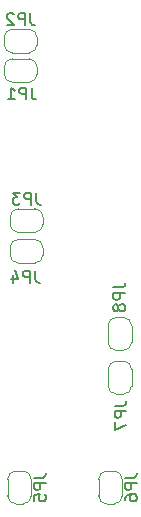
<source format=gbo>
G04 #@! TF.GenerationSoftware,KiCad,Pcbnew,(5.1.2)-2*
G04 #@! TF.CreationDate,2019-12-07T23:42:41-08:00*
G04 #@! TF.ProjectId,Precharger,50726563-6861-4726-9765-722e6b696361,rev?*
G04 #@! TF.SameCoordinates,Original*
G04 #@! TF.FileFunction,Legend,Bot*
G04 #@! TF.FilePolarity,Positive*
%FSLAX46Y46*%
G04 Gerber Fmt 4.6, Leading zero omitted, Abs format (unit mm)*
G04 Created by KiCad (PCBNEW (5.1.2)-2) date 2019-12-07 23:42:41*
%MOMM*%
%LPD*%
G04 APERTURE LIST*
%ADD10C,0.120000*%
%ADD11C,0.150000*%
G04 APERTURE END LIST*
D10*
X185900000Y-136200000D02*
X185900000Y-134800000D01*
X185200000Y-134100000D02*
X184600000Y-134100000D01*
X183900000Y-134800000D02*
X183900000Y-136200000D01*
X184600000Y-136900000D02*
X185200000Y-136900000D01*
X185200000Y-136900000D02*
G75*
G03X185900000Y-136200000I0J700000D01*
G01*
X183900000Y-136200000D02*
G75*
G03X184600000Y-136900000I700000J0D01*
G01*
X184600000Y-134100000D02*
G75*
G03X183900000Y-134800000I0J-700000D01*
G01*
X185900000Y-134800000D02*
G75*
G03X185200000Y-134100000I-700000J0D01*
G01*
X178200000Y-136200000D02*
X178200000Y-134800000D01*
X177500000Y-134100000D02*
X176900000Y-134100000D01*
X176200000Y-134800000D02*
X176200000Y-136200000D01*
X176900000Y-136900000D02*
X177500000Y-136900000D01*
X177500000Y-136900000D02*
G75*
G03X178200000Y-136200000I0J700000D01*
G01*
X176200000Y-136200000D02*
G75*
G03X176900000Y-136900000I700000J0D01*
G01*
X176900000Y-134100000D02*
G75*
G03X176200000Y-134800000I0J-700000D01*
G01*
X178200000Y-134800000D02*
G75*
G03X177500000Y-134100000I-700000J0D01*
G01*
X186700000Y-123200000D02*
X186700000Y-121800000D01*
X186000000Y-121100000D02*
X185400000Y-121100000D01*
X184700000Y-121800000D02*
X184700000Y-123200000D01*
X185400000Y-123900000D02*
X186000000Y-123900000D01*
X186000000Y-123900000D02*
G75*
G03X186700000Y-123200000I0J700000D01*
G01*
X184700000Y-123200000D02*
G75*
G03X185400000Y-123900000I700000J0D01*
G01*
X185400000Y-121100000D02*
G75*
G03X184700000Y-121800000I0J-700000D01*
G01*
X186700000Y-121800000D02*
G75*
G03X186000000Y-121100000I-700000J0D01*
G01*
X184700000Y-125500000D02*
X184700000Y-126900000D01*
X185400000Y-127600000D02*
X186000000Y-127600000D01*
X186700000Y-126900000D02*
X186700000Y-125500000D01*
X186000000Y-124800000D02*
X185400000Y-124800000D01*
X185400000Y-124800000D02*
G75*
G03X184700000Y-125500000I0J-700000D01*
G01*
X186700000Y-125500000D02*
G75*
G03X186000000Y-124800000I-700000J0D01*
G01*
X186000000Y-127600000D02*
G75*
G03X186700000Y-126900000I0J700000D01*
G01*
X184700000Y-126900000D02*
G75*
G03X185400000Y-127600000I700000J0D01*
G01*
X178500000Y-114500000D02*
X177100000Y-114500000D01*
X176400000Y-115200000D02*
X176400000Y-115800000D01*
X177100000Y-116500000D02*
X178500000Y-116500000D01*
X179200000Y-115800000D02*
X179200000Y-115200000D01*
X179200000Y-115200000D02*
G75*
G03X178500000Y-114500000I-700000J0D01*
G01*
X178500000Y-116500000D02*
G75*
G03X179200000Y-115800000I0J700000D01*
G01*
X176400000Y-115800000D02*
G75*
G03X177100000Y-116500000I700000J0D01*
G01*
X177100000Y-114500000D02*
G75*
G03X176400000Y-115200000I0J-700000D01*
G01*
X178500000Y-111900000D02*
X177100000Y-111900000D01*
X176400000Y-112600000D02*
X176400000Y-113200000D01*
X177100000Y-113900000D02*
X178500000Y-113900000D01*
X179200000Y-113200000D02*
X179200000Y-112600000D01*
X179200000Y-112600000D02*
G75*
G03X178500000Y-111900000I-700000J0D01*
G01*
X178500000Y-113900000D02*
G75*
G03X179200000Y-113200000I0J700000D01*
G01*
X176400000Y-113200000D02*
G75*
G03X177100000Y-113900000I700000J0D01*
G01*
X177100000Y-111900000D02*
G75*
G03X176400000Y-112600000I0J-700000D01*
G01*
X178000000Y-96700000D02*
X176600000Y-96700000D01*
X175900000Y-97400000D02*
X175900000Y-98000000D01*
X176600000Y-98700000D02*
X178000000Y-98700000D01*
X178700000Y-98000000D02*
X178700000Y-97400000D01*
X178700000Y-97400000D02*
G75*
G03X178000000Y-96700000I-700000J0D01*
G01*
X178000000Y-98700000D02*
G75*
G03X178700000Y-98000000I0J700000D01*
G01*
X175900000Y-98000000D02*
G75*
G03X176600000Y-98700000I700000J0D01*
G01*
X176600000Y-96700000D02*
G75*
G03X175900000Y-97400000I0J-700000D01*
G01*
X178000000Y-99200000D02*
X176600000Y-99200000D01*
X175900000Y-99900000D02*
X175900000Y-100500000D01*
X176600000Y-101200000D02*
X178000000Y-101200000D01*
X178700000Y-100500000D02*
X178700000Y-99900000D01*
X178700000Y-99900000D02*
G75*
G03X178000000Y-99200000I-700000J0D01*
G01*
X178000000Y-101200000D02*
G75*
G03X178700000Y-100500000I0J700000D01*
G01*
X175900000Y-100500000D02*
G75*
G03X176600000Y-101200000I700000J0D01*
G01*
X176600000Y-99200000D02*
G75*
G03X175900000Y-99900000I0J-700000D01*
G01*
D11*
X186152380Y-134666666D02*
X186866666Y-134666666D01*
X187009523Y-134619047D01*
X187104761Y-134523809D01*
X187152380Y-134380952D01*
X187152380Y-134285714D01*
X187152380Y-135142857D02*
X186152380Y-135142857D01*
X186152380Y-135523809D01*
X186200000Y-135619047D01*
X186247619Y-135666666D01*
X186342857Y-135714285D01*
X186485714Y-135714285D01*
X186580952Y-135666666D01*
X186628571Y-135619047D01*
X186676190Y-135523809D01*
X186676190Y-135142857D01*
X186152380Y-136571428D02*
X186152380Y-136380952D01*
X186200000Y-136285714D01*
X186247619Y-136238095D01*
X186390476Y-136142857D01*
X186580952Y-136095238D01*
X186961904Y-136095238D01*
X187057142Y-136142857D01*
X187104761Y-136190476D01*
X187152380Y-136285714D01*
X187152380Y-136476190D01*
X187104761Y-136571428D01*
X187057142Y-136619047D01*
X186961904Y-136666666D01*
X186723809Y-136666666D01*
X186628571Y-136619047D01*
X186580952Y-136571428D01*
X186533333Y-136476190D01*
X186533333Y-136285714D01*
X186580952Y-136190476D01*
X186628571Y-136142857D01*
X186723809Y-136095238D01*
X178452380Y-134666666D02*
X179166666Y-134666666D01*
X179309523Y-134619047D01*
X179404761Y-134523809D01*
X179452380Y-134380952D01*
X179452380Y-134285714D01*
X179452380Y-135142857D02*
X178452380Y-135142857D01*
X178452380Y-135523809D01*
X178500000Y-135619047D01*
X178547619Y-135666666D01*
X178642857Y-135714285D01*
X178785714Y-135714285D01*
X178880952Y-135666666D01*
X178928571Y-135619047D01*
X178976190Y-135523809D01*
X178976190Y-135142857D01*
X178452380Y-136619047D02*
X178452380Y-136142857D01*
X178928571Y-136095238D01*
X178880952Y-136142857D01*
X178833333Y-136238095D01*
X178833333Y-136476190D01*
X178880952Y-136571428D01*
X178928571Y-136619047D01*
X179023809Y-136666666D01*
X179261904Y-136666666D01*
X179357142Y-136619047D01*
X179404761Y-136571428D01*
X179452380Y-136476190D01*
X179452380Y-136238095D01*
X179404761Y-136142857D01*
X179357142Y-136095238D01*
X185152380Y-118566666D02*
X185866666Y-118566666D01*
X186009523Y-118519047D01*
X186104761Y-118423809D01*
X186152380Y-118280952D01*
X186152380Y-118185714D01*
X186152380Y-119042857D02*
X185152380Y-119042857D01*
X185152380Y-119423809D01*
X185200000Y-119519047D01*
X185247619Y-119566666D01*
X185342857Y-119614285D01*
X185485714Y-119614285D01*
X185580952Y-119566666D01*
X185628571Y-119519047D01*
X185676190Y-119423809D01*
X185676190Y-119042857D01*
X185580952Y-120185714D02*
X185533333Y-120090476D01*
X185485714Y-120042857D01*
X185390476Y-119995238D01*
X185342857Y-119995238D01*
X185247619Y-120042857D01*
X185200000Y-120090476D01*
X185152380Y-120185714D01*
X185152380Y-120376190D01*
X185200000Y-120471428D01*
X185247619Y-120519047D01*
X185342857Y-120566666D01*
X185390476Y-120566666D01*
X185485714Y-120519047D01*
X185533333Y-120471428D01*
X185580952Y-120376190D01*
X185580952Y-120185714D01*
X185628571Y-120090476D01*
X185676190Y-120042857D01*
X185771428Y-119995238D01*
X185961904Y-119995238D01*
X186057142Y-120042857D01*
X186104761Y-120090476D01*
X186152380Y-120185714D01*
X186152380Y-120376190D01*
X186104761Y-120471428D01*
X186057142Y-120519047D01*
X185961904Y-120566666D01*
X185771428Y-120566666D01*
X185676190Y-120519047D01*
X185628571Y-120471428D01*
X185580952Y-120376190D01*
X185252380Y-128566666D02*
X185966666Y-128566666D01*
X186109523Y-128519047D01*
X186204761Y-128423809D01*
X186252380Y-128280952D01*
X186252380Y-128185714D01*
X186252380Y-129042857D02*
X185252380Y-129042857D01*
X185252380Y-129423809D01*
X185300000Y-129519047D01*
X185347619Y-129566666D01*
X185442857Y-129614285D01*
X185585714Y-129614285D01*
X185680952Y-129566666D01*
X185728571Y-129519047D01*
X185776190Y-129423809D01*
X185776190Y-129042857D01*
X185252380Y-129947619D02*
X185252380Y-130614285D01*
X186252380Y-130185714D01*
X178533333Y-117152380D02*
X178533333Y-117866666D01*
X178580952Y-118009523D01*
X178676190Y-118104761D01*
X178819047Y-118152380D01*
X178914285Y-118152380D01*
X178057142Y-118152380D02*
X178057142Y-117152380D01*
X177676190Y-117152380D01*
X177580952Y-117200000D01*
X177533333Y-117247619D01*
X177485714Y-117342857D01*
X177485714Y-117485714D01*
X177533333Y-117580952D01*
X177580952Y-117628571D01*
X177676190Y-117676190D01*
X178057142Y-117676190D01*
X176628571Y-117485714D02*
X176628571Y-118152380D01*
X176866666Y-117104761D02*
X177104761Y-117819047D01*
X176485714Y-117819047D01*
X178633333Y-110552380D02*
X178633333Y-111266666D01*
X178680952Y-111409523D01*
X178776190Y-111504761D01*
X178919047Y-111552380D01*
X179014285Y-111552380D01*
X178157142Y-111552380D02*
X178157142Y-110552380D01*
X177776190Y-110552380D01*
X177680952Y-110600000D01*
X177633333Y-110647619D01*
X177585714Y-110742857D01*
X177585714Y-110885714D01*
X177633333Y-110980952D01*
X177680952Y-111028571D01*
X177776190Y-111076190D01*
X178157142Y-111076190D01*
X177252380Y-110552380D02*
X176633333Y-110552380D01*
X176966666Y-110933333D01*
X176823809Y-110933333D01*
X176728571Y-110980952D01*
X176680952Y-111028571D01*
X176633333Y-111123809D01*
X176633333Y-111361904D01*
X176680952Y-111457142D01*
X176728571Y-111504761D01*
X176823809Y-111552380D01*
X177109523Y-111552380D01*
X177204761Y-111504761D01*
X177252380Y-111457142D01*
X178133333Y-95352380D02*
X178133333Y-96066666D01*
X178180952Y-96209523D01*
X178276190Y-96304761D01*
X178419047Y-96352380D01*
X178514285Y-96352380D01*
X177657142Y-96352380D02*
X177657142Y-95352380D01*
X177276190Y-95352380D01*
X177180952Y-95400000D01*
X177133333Y-95447619D01*
X177085714Y-95542857D01*
X177085714Y-95685714D01*
X177133333Y-95780952D01*
X177180952Y-95828571D01*
X177276190Y-95876190D01*
X177657142Y-95876190D01*
X176704761Y-95447619D02*
X176657142Y-95400000D01*
X176561904Y-95352380D01*
X176323809Y-95352380D01*
X176228571Y-95400000D01*
X176180952Y-95447619D01*
X176133333Y-95542857D01*
X176133333Y-95638095D01*
X176180952Y-95780952D01*
X176752380Y-96352380D01*
X176133333Y-96352380D01*
X178233333Y-101652380D02*
X178233333Y-102366666D01*
X178280952Y-102509523D01*
X178376190Y-102604761D01*
X178519047Y-102652380D01*
X178614285Y-102652380D01*
X177757142Y-102652380D02*
X177757142Y-101652380D01*
X177376190Y-101652380D01*
X177280952Y-101700000D01*
X177233333Y-101747619D01*
X177185714Y-101842857D01*
X177185714Y-101985714D01*
X177233333Y-102080952D01*
X177280952Y-102128571D01*
X177376190Y-102176190D01*
X177757142Y-102176190D01*
X176233333Y-102652380D02*
X176804761Y-102652380D01*
X176519047Y-102652380D02*
X176519047Y-101652380D01*
X176614285Y-101795238D01*
X176709523Y-101890476D01*
X176804761Y-101938095D01*
M02*

</source>
